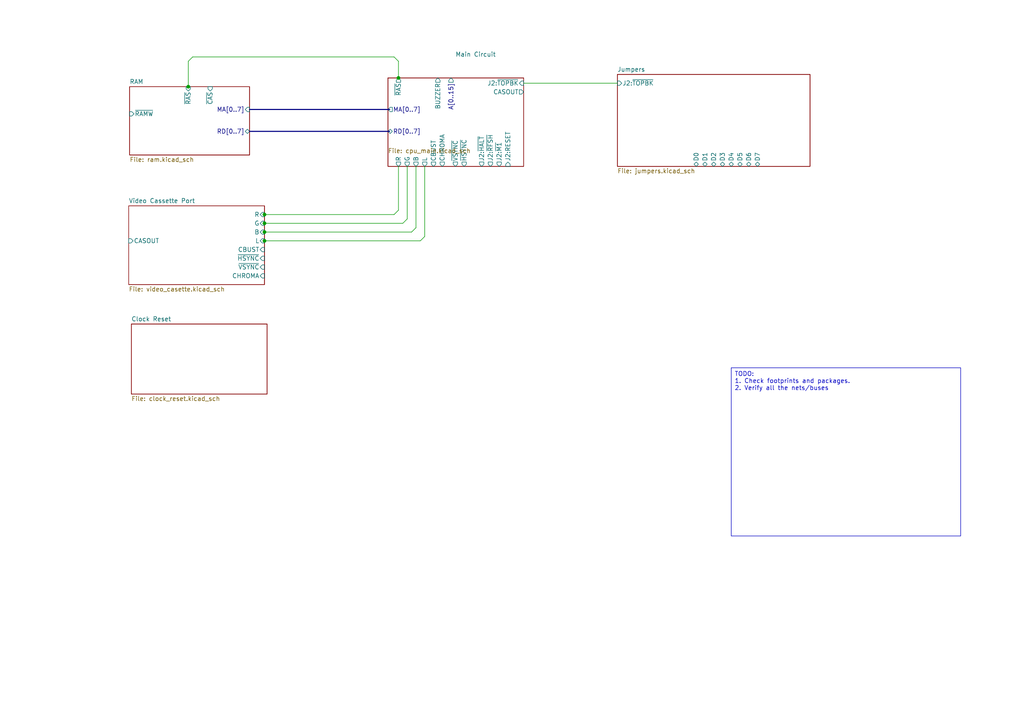
<source format=kicad_sch>
(kicad_sch
	(version 20250114)
	(generator "eeschema")
	(generator_version "9.0")
	(uuid "c1a6b1ae-77c2-4767-93cc-3749547878e9")
	(paper "A4")
	(lib_symbols)
	(text_box "TODO:\n1. Check footprints and packages.\n2. Verify all the nets/buses"
		(exclude_from_sim no)
		(at 212.09 106.68 0)
		(size 66.548 48.768)
		(margins 0.9525 0.9525 0.9525 0.9525)
		(stroke
			(width 0)
			(type default)
		)
		(fill
			(type none)
		)
		(effects
			(font
				(size 1.27 1.27)
			)
			(justify left top)
		)
		(uuid "226f92de-72dd-431b-96f0-09e8977fe11d")
	)
	(junction
		(at 76.708 67.31)
		(diameter 0)
		(color 0 0 0 0)
		(uuid "00e6772a-bda1-4edc-815e-49374f9143de")
	)
	(junction
		(at 115.57 22.606)
		(diameter 0)
		(color 0 0 0 0)
		(uuid "0bbc7805-8462-4f2a-a72e-ec363bbda5e6")
	)
	(junction
		(at 76.708 62.23)
		(diameter 0)
		(color 0 0 0 0)
		(uuid "4ff2372c-5a07-470d-9200-48835afecdd2")
	)
	(junction
		(at 76.708 69.85)
		(diameter 0)
		(color 0 0 0 0)
		(uuid "aa25b4fd-9369-470e-9df3-be9c3d517aa5")
	)
	(junction
		(at 54.61 25.146)
		(diameter 0)
		(color 0 0 0 0)
		(uuid "b25cba03-a0f7-47eb-b8a9-b75f584e0f59")
	)
	(junction
		(at 76.708 64.77)
		(diameter 0)
		(color 0 0 0 0)
		(uuid "be1eab97-e0dd-42dc-b50c-526456942f80")
	)
	(wire
		(pts
			(xy 76.708 62.23) (xy 114.3 62.23)
		)
		(stroke
			(width 0)
			(type default)
		)
		(uuid "01089529-3d60-40c5-9da4-3e022ca42c1a")
	)
	(wire
		(pts
			(xy 76.2 69.85) (xy 76.708 69.85)
		)
		(stroke
			(width 0)
			(type default)
		)
		(uuid "09b61dec-453b-4f30-afd3-da880a926a7f")
	)
	(wire
		(pts
			(xy 76.708 67.31) (xy 119.38 67.31)
		)
		(stroke
			(width 0)
			(type default)
		)
		(uuid "120ba39f-1b5c-459f-b46c-2a34c7a467c0")
	)
	(wire
		(pts
			(xy 123.19 68.58) (xy 121.92 69.85)
		)
		(stroke
			(width 0)
			(type default)
		)
		(uuid "150b9a7b-111e-4fb1-9a51-a8a31277d6b3")
	)
	(wire
		(pts
			(xy 118.11 48.26) (xy 118.11 63.5)
		)
		(stroke
			(width 0)
			(type default)
		)
		(uuid "1cf85dc3-b15d-4735-873a-279fbb203d50")
	)
	(wire
		(pts
			(xy 55.88 16.51) (xy 114.3 16.51)
		)
		(stroke
			(width 0)
			(type default)
		)
		(uuid "24ca6d8c-fa9c-4a6e-b53e-dffcf5be43ee")
	)
	(bus
		(pts
			(xy 72.39 38.1) (xy 113.03 38.1)
		)
		(stroke
			(width 0)
			(type default)
		)
		(uuid "31ccaafd-cbd4-49f6-9856-e9d06454a6f6")
	)
	(bus
		(pts
			(xy 72.39 31.75) (xy 113.03 31.75)
		)
		(stroke
			(width 0)
			(type default)
		)
		(uuid "3365a83d-c6a1-4f1e-a7f2-00ae12576d2f")
	)
	(wire
		(pts
			(xy 76.2 62.23) (xy 76.708 62.23)
		)
		(stroke
			(width 0)
			(type default)
		)
		(uuid "55d99b12-1bfd-4e10-82dd-851f51242bd2")
	)
	(wire
		(pts
			(xy 120.65 66.04) (xy 119.38 67.31)
		)
		(stroke
			(width 0)
			(type default)
		)
		(uuid "661e88a3-b998-4e91-8032-8f0de971f669")
	)
	(wire
		(pts
			(xy 54.61 25.4) (xy 54.61 25.146)
		)
		(stroke
			(width 0)
			(type default)
		)
		(uuid "6e441af8-f1c2-485d-98b0-feddb29f7f86")
	)
	(wire
		(pts
			(xy 123.19 48.26) (xy 123.19 68.58)
		)
		(stroke
			(width 0)
			(type default)
		)
		(uuid "7cd3846f-1ca8-4e16-8dda-2aca20b95adf")
	)
	(wire
		(pts
			(xy 54.61 25.146) (xy 54.61 17.78)
		)
		(stroke
			(width 0)
			(type default)
		)
		(uuid "7f4f9f9e-0d1d-495c-a3d9-754a5fc7bde0")
	)
	(wire
		(pts
			(xy 76.708 69.85) (xy 121.92 69.85)
		)
		(stroke
			(width 0)
			(type default)
		)
		(uuid "8aefec9e-7f4f-47e7-9a52-a54c6b190815")
	)
	(wire
		(pts
			(xy 151.892 24.13) (xy 179.07 24.13)
		)
		(stroke
			(width 0)
			(type default)
		)
		(uuid "9d8c7496-ca42-4091-9577-525f6bff6314")
	)
	(wire
		(pts
			(xy 120.65 48.26) (xy 120.65 66.04)
		)
		(stroke
			(width 0)
			(type default)
		)
		(uuid "a3813f9c-2051-4604-ac43-5984ddcbbfce")
	)
	(wire
		(pts
			(xy 118.11 63.5) (xy 116.84 64.77)
		)
		(stroke
			(width 0)
			(type default)
		)
		(uuid "b03bba26-ed5b-436a-9fae-84c1f66ab933")
	)
	(wire
		(pts
			(xy 76.2 64.77) (xy 76.708 64.77)
		)
		(stroke
			(width 0)
			(type default)
		)
		(uuid "b1374377-4222-4e35-a4dd-04b43ee768d2")
	)
	(wire
		(pts
			(xy 115.57 48.26) (xy 115.57 60.96)
		)
		(stroke
			(width 0)
			(type default)
		)
		(uuid "d4ceb062-3372-4f11-8e58-359119c8d39f")
	)
	(wire
		(pts
			(xy 114.3 16.51) (xy 115.57 17.78)
		)
		(stroke
			(width 0)
			(type default)
		)
		(uuid "d83ddd71-badc-4b75-967b-2413ef4eed90")
	)
	(wire
		(pts
			(xy 76.708 64.77) (xy 116.84 64.77)
		)
		(stroke
			(width 0)
			(type default)
		)
		(uuid "d99a63ee-7c86-4be5-a46e-a03191b83780")
	)
	(wire
		(pts
			(xy 76.2 67.31) (xy 76.708 67.31)
		)
		(stroke
			(width 0)
			(type default)
		)
		(uuid "e267fc41-c307-40f1-999b-daf70d9346c3")
	)
	(wire
		(pts
			(xy 54.61 17.78) (xy 55.88 16.51)
		)
		(stroke
			(width 0)
			(type default)
		)
		(uuid "edb360a9-7cec-4fac-ac5a-f29ccda7222d")
	)
	(wire
		(pts
			(xy 115.57 17.78) (xy 115.57 22.606)
		)
		(stroke
			(width 0)
			(type default)
		)
		(uuid "f28fed12-dfac-4859-a8f7-a80185c898a7")
	)
	(wire
		(pts
			(xy 115.57 22.606) (xy 115.57 22.86)
		)
		(stroke
			(width 0)
			(type default)
		)
		(uuid "fab29d5b-f48a-4094-a702-fa4475d92946")
	)
	(wire
		(pts
			(xy 115.57 60.96) (xy 114.3 62.23)
		)
		(stroke
			(width 0)
			(type default)
		)
		(uuid "fe159e87-870e-42bd-afb0-b0c98e7fd8fd")
	)
	(sheet
		(at 179.07 21.59)
		(size 55.88 26.67)
		(exclude_from_sim no)
		(in_bom yes)
		(on_board yes)
		(dnp no)
		(fields_autoplaced yes)
		(stroke
			(width 0.1524)
			(type solid)
		)
		(fill
			(color 0 0 0 0.0000)
		)
		(uuid "408f0784-a88d-40ab-8780-b4fd4419c6a5")
		(property "Sheetname" "Jumpers"
			(at 179.07 20.8784 0)
			(effects
				(font
					(size 1.27 1.27)
				)
				(justify left bottom)
			)
		)
		(property "Sheetfile" "jumpers.kicad_sch"
			(at 179.07 48.8446 0)
			(effects
				(font
					(size 1.27 1.27)
				)
				(justify left top)
			)
		)
		(pin "J2:~{TOPBK}" input
			(at 179.07 24.13 180)
			(uuid "d7cc1630-2638-4342-88d2-c112ef59e360")
			(effects
				(font
					(size 1.27 1.27)
				)
				(justify left)
			)
		)
		(pin "D0" bidirectional
			(at 201.93 48.26 270)
			(uuid "52f157fd-4e86-4971-9d15-8963c0974745")
			(effects
				(font
					(size 1.27 1.27)
				)
				(justify left)
			)
		)
		(pin "D1" bidirectional
			(at 204.47 48.26 270)
			(uuid "8a1eb94f-da0e-4996-abc3-4e16bb123a50")
			(effects
				(font
					(size 1.27 1.27)
				)
				(justify left)
			)
		)
		(pin "D2" bidirectional
			(at 207.01 48.26 270)
			(uuid "e74ebb00-37f0-42c6-b3e5-443bbdf2bdc8")
			(effects
				(font
					(size 1.27 1.27)
				)
				(justify left)
			)
		)
		(pin "D7" bidirectional
			(at 219.71 48.26 270)
			(uuid "a701d9af-e989-4e83-9c6b-967eb2039a3b")
			(effects
				(font
					(size 1.27 1.27)
				)
				(justify left)
			)
		)
		(pin "D4" bidirectional
			(at 212.09 48.26 270)
			(uuid "b0379886-d0d5-464b-8de6-6ee938e5bac9")
			(effects
				(font
					(size 1.27 1.27)
				)
				(justify left)
			)
		)
		(pin "D5" bidirectional
			(at 214.63 48.26 270)
			(uuid "1904533e-2a1f-4ea8-a8e7-ef5dde374b33")
			(effects
				(font
					(size 1.27 1.27)
				)
				(justify left)
			)
		)
		(pin "D3" bidirectional
			(at 209.55 48.26 270)
			(uuid "dd60ee49-93d5-497b-9103-a7b1c8c7f9ec")
			(effects
				(font
					(size 1.27 1.27)
				)
				(justify left)
			)
		)
		(pin "D6" bidirectional
			(at 217.17 48.26 270)
			(uuid "2f5aad39-6eba-4fbb-8ff9-5beda2f40ec4")
			(effects
				(font
					(size 1.27 1.27)
				)
				(justify left)
			)
		)
		(instances
			(project "Laser-500"
				(path "/c1a6b1ae-77c2-4767-93cc-3749547878e9"
					(page "6")
				)
			)
		)
	)
	(sheet
		(at 37.592 25.146)
		(size 34.798 19.812)
		(exclude_from_sim no)
		(in_bom yes)
		(on_board yes)
		(dnp no)
		(fields_autoplaced yes)
		(stroke
			(width 0.1524)
			(type solid)
		)
		(fill
			(color 0 0 0 0.0000)
		)
		(uuid "6122270c-aaa6-4a22-bb6f-62f76c94a913")
		(property "Sheetname" "RAM"
			(at 37.592 24.4344 0)
			(effects
				(font
					(size 1.27 1.27)
				)
				(justify left bottom)
			)
		)
		(property "Sheetfile" "ram.kicad_sch"
			(at 37.592 45.5426 0)
			(effects
				(font
					(size 1.27 1.27)
				)
				(justify left top)
			)
		)
		(pin "~{RAMW}" input
			(at 37.592 33.02 180)
			(uuid "16214fe2-64a3-4021-8b95-d16fef326a87")
			(effects
				(font
					(size 1.27 1.27)
				)
				(justify left)
			)
		)
		(pin "~{RAS}" input
			(at 54.61 25.146 90)
			(uuid "f3e18331-cf45-4882-8ef1-d8ea41886c6f")
			(effects
				(font
					(size 1.27 1.27)
				)
				(justify right)
			)
		)
		(pin "~{CAS}" input
			(at 60.96 25.146 90)
			(uuid "8f68cc74-c4ce-4556-b018-674878a549b6")
			(effects
				(font
					(size 1.27 1.27)
				)
				(justify right)
			)
		)
		(pin "RD[0..7]" bidirectional
			(at 72.39 38.1 0)
			(uuid "3b818e13-548e-4a98-83ff-ca4ea7e74492")
			(effects
				(font
					(size 1.27 1.27)
				)
				(justify right)
			)
		)
		(pin "MA[0..7]" input
			(at 72.39 31.75 0)
			(uuid "a0fce9d8-ddc6-4423-aa82-b2387ad51964")
			(effects
				(font
					(size 1.27 1.27)
				)
				(justify right)
			)
		)
		(instances
			(project "Laser-500"
				(path "/c1a6b1ae-77c2-4767-93cc-3749547878e9"
					(page "2")
				)
			)
		)
	)
	(sheet
		(at 37.338 59.69)
		(size 39.37 22.86)
		(exclude_from_sim no)
		(in_bom yes)
		(on_board yes)
		(dnp no)
		(fields_autoplaced yes)
		(stroke
			(width 0.1524)
			(type solid)
		)
		(fill
			(color 0 0 0 0.0000)
		)
		(uuid "8859e5dc-f590-4271-a1d5-ff92c9741b95")
		(property "Sheetname" "Video Cassette Port"
			(at 37.338 58.9784 0)
			(effects
				(font
					(size 1.27 1.27)
				)
				(justify left bottom)
			)
		)
		(property "Sheetfile" "video_casette.kicad_sch"
			(at 37.338 83.1346 0)
			(effects
				(font
					(size 1.27 1.27)
				)
				(justify left top)
			)
		)
		(pin "L" input
			(at 76.708 69.85 0)
			(uuid "698dda27-e9c2-494d-b8fd-5524b8f69d36")
			(effects
				(font
					(size 1.27 1.27)
				)
				(justify right)
			)
		)
		(pin "R" input
			(at 76.708 62.23 0)
			(uuid "df74694e-c36f-4b7a-a7d6-47d1c7a5f6e6")
			(effects
				(font
					(size 1.27 1.27)
				)
				(justify right)
			)
		)
		(pin "B" input
			(at 76.708 67.31 0)
			(uuid "2e743e2d-52b5-4b54-9c09-1bfc3afe80ae")
			(effects
				(font
					(size 1.27 1.27)
				)
				(justify right)
			)
		)
		(pin "G" input
			(at 76.708 64.77 0)
			(uuid "0d4421fd-409c-405f-9af5-1c880f8cccb4")
			(effects
				(font
					(size 1.27 1.27)
				)
				(justify right)
			)
		)
		(pin "CBUST" input
			(at 76.708 72.39 0)
			(uuid "75fe086f-9d81-4be7-8453-b64640f0d891")
			(effects
				(font
					(size 1.27 1.27)
				)
				(justify right)
			)
		)
		(pin "~{HSYNC}" input
			(at 76.708 74.93 0)
			(uuid "540c57c0-e7ee-4711-a24d-6be0eea6ab8e")
			(effects
				(font
					(size 1.27 1.27)
				)
				(justify right)
			)
		)
		(pin "~{VSYNC}" input
			(at 76.708 77.47 0)
			(uuid "2eee1f4d-231b-4791-b241-e7cbbde9159d")
			(effects
				(font
					(size 1.27 1.27)
				)
				(justify right)
			)
		)
		(pin "CHROMA" input
			(at 76.708 80.01 0)
			(uuid "93841e1d-dcde-4e72-83b7-06ed773351d7")
			(effects
				(font
					(size 1.27 1.27)
				)
				(justify right)
			)
		)
		(pin "CASOUT" input
			(at 37.338 69.85 180)
			(uuid "e4658284-ecfb-4d72-a58a-79a217c85bbf")
			(effects
				(font
					(size 1.27 1.27)
				)
				(justify left)
			)
		)
		(instances
			(project "Laser-500"
				(path "/c1a6b1ae-77c2-4767-93cc-3749547878e9"
					(page "4")
				)
			)
		)
	)
	(sheet
		(at 38.1 93.98)
		(size 39.37 20.32)
		(exclude_from_sim no)
		(in_bom yes)
		(on_board yes)
		(dnp no)
		(fields_autoplaced yes)
		(stroke
			(width 0.1524)
			(type solid)
		)
		(fill
			(color 0 0 0 0.0000)
		)
		(uuid "d22acec4-cf83-408f-8ded-17e9952482d1")
		(property "Sheetname" "Clock Reset"
			(at 38.1 93.2684 0)
			(effects
				(font
					(size 1.27 1.27)
				)
				(justify left bottom)
			)
		)
		(property "Sheetfile" "clock_reset.kicad_sch"
			(at 38.1 114.8846 0)
			(effects
				(font
					(size 1.27 1.27)
				)
				(justify left top)
			)
		)
		(instances
			(project "Laser-500"
				(path "/c1a6b1ae-77c2-4767-93cc-3749547878e9"
					(page "5")
				)
			)
		)
	)
	(sheet
		(at 112.522 22.606)
		(size 39.37 25.654)
		(exclude_from_sim no)
		(in_bom yes)
		(on_board yes)
		(dnp no)
		(stroke
			(width 0.1524)
			(type solid)
		)
		(fill
			(color 0 0 0 0.0000)
		)
		(uuid "f9690aae-74b6-4c7d-a01b-51dcb981f67f")
		(property "Sheetname" "Main Circuit"
			(at 132.08 16.51 0)
			(effects
				(font
					(size 1.27 1.27)
				)
				(justify left bottom)
			)
		)
		(property "Sheetfile" "cpu_main.kicad_sch"
			(at 112.522 43.0026 0)
			(effects
				(font
					(size 1.27 1.27)
				)
				(justify left top)
			)
		)
		(pin "MA[0..7]" output
			(at 112.522 31.75 180)
			(uuid "a2da9476-d0a8-462d-9091-fb2f3b6e7d9c")
			(effects
				(font
					(size 1.27 1.27)
				)
				(justify left)
			)
		)
		(pin "RD[0..7]" bidirectional
			(at 112.522 38.1 180)
			(uuid "9fef5dbf-e05b-4708-ba69-26d7244939a4")
			(effects
				(font
					(size 1.27 1.27)
				)
				(justify left)
			)
		)
		(pin "A[0..15]" output
			(at 130.81 22.606 90)
			(uuid "3b798b42-ba8a-4157-9456-5466a66bfb7f")
			(effects
				(font
					(size 1.27 1.27)
				)
				(justify right)
			)
		)
		(pin "J2:~{TOPBK}" input
			(at 151.892 24.13 0)
			(uuid "a0326078-a3c0-4c19-afb9-57a5ce8a0663")
			(effects
				(font
					(size 1.27 1.27)
				)
				(justify right)
			)
		)
		(pin "BUZZER" output
			(at 127 22.606 90)
			(uuid "1bbd82ac-2241-4909-a64b-27015a1ca9ed")
			(effects
				(font
					(size 1.27 1.27)
				)
				(justify right)
			)
		)
		(pin "R" output
			(at 115.57 48.26 270)
			(uuid "339ae423-3e3d-47c8-8c7d-4c3db6a87dc0")
			(effects
				(font
					(size 1.27 1.27)
				)
				(justify left)
			)
		)
		(pin "B" output
			(at 120.65 48.26 270)
			(uuid "f4c6f087-fe0f-41bf-b047-e8eb7aa65e07")
			(effects
				(font
					(size 1.27 1.27)
				)
				(justify left)
			)
		)
		(pin "G" output
			(at 118.11 48.26 270)
			(uuid "927c4d61-cb9a-4140-acc4-b6e9847f0765")
			(effects
				(font
					(size 1.27 1.27)
				)
				(justify left)
			)
		)
		(pin "L" output
			(at 123.19 48.26 270)
			(uuid "862a2233-6417-4f3d-9877-2bf1199831be")
			(effects
				(font
					(size 1.27 1.27)
				)
				(justify left)
			)
		)
		(pin "~{RAS}" output
			(at 115.57 22.606 90)
			(uuid "f0ad1dec-91f4-4c48-8fbf-cfab51b55598")
			(effects
				(font
					(size 1.27 1.27)
				)
				(justify right)
			)
		)
		(pin "CBUST" output
			(at 125.73 48.26 270)
			(uuid "fb257ee5-205f-4f49-bdc3-0200992425bf")
			(effects
				(font
					(size 1.27 1.27)
				)
				(justify left)
			)
		)
		(pin "CHROMA" output
			(at 128.27 48.26 270)
			(uuid "f1cb8054-0ba2-45f1-bd4a-da6f31aae5be")
			(effects
				(font
					(size 1.27 1.27)
				)
				(justify left)
			)
		)
		(pin "CASOUT" output
			(at 151.892 26.67 0)
			(uuid "74ac242b-22f7-43f7-a920-3eb49175dd16")
			(effects
				(font
					(size 1.27 1.27)
				)
				(justify right)
			)
		)
		(pin "~{VSYNC}" output
			(at 132.08 48.26 270)
			(uuid "6c63c436-f08f-4ed8-8871-814c6623114d")
			(effects
				(font
					(size 1.27 1.27)
				)
				(justify left)
			)
		)
		(pin "~{HSYNC}" output
			(at 134.62 48.26 270)
			(uuid "7ec3836c-215b-4daf-a00c-531868aa785e")
			(effects
				(font
					(size 1.27 1.27)
				)
				(justify left)
			)
		)
		(pin "J2:~{HALT}" output
			(at 139.7 48.26 270)
			(uuid "99e3fe7d-e06c-4ad0-a546-181901517c63")
			(effects
				(font
					(size 1.27 1.27)
				)
				(justify left)
			)
		)
		(pin "J2:~{RFSH}" output
			(at 142.24 48.26 270)
			(uuid "77cd271a-cee0-470b-906d-7bcf02867e77")
			(effects
				(font
					(size 1.27 1.27)
				)
				(justify left)
			)
		)
		(pin "J2:~{M1}" output
			(at 144.78 48.26 270)
			(uuid "b7b1dfd8-1824-4197-83e2-dcc9a756ac92")
			(effects
				(font
					(size 1.27 1.27)
				)
				(justify left)
			)
		)
		(pin "J2:RESET" input
			(at 147.32 48.26 270)
			(uuid "56543eec-03d4-48bc-b018-626ab5983f21")
			(effects
				(font
					(size 1.27 1.27)
				)
				(justify left)
			)
		)
		(instances
			(project "Laser-500"
				(path "/c1a6b1ae-77c2-4767-93cc-3749547878e9"
					(page "3")
				)
			)
		)
	)
	(sheet_instances
		(path "/"
			(page "1")
		)
	)
	(embedded_fonts no)
)

</source>
